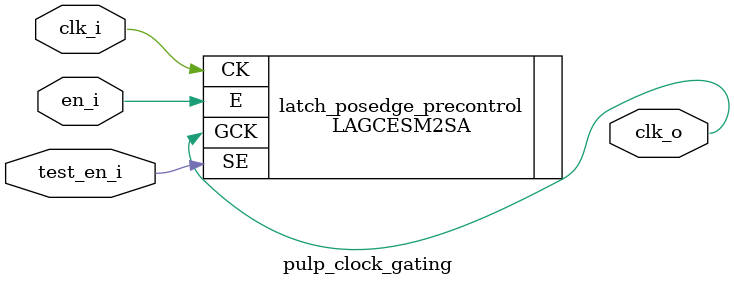
<source format=sv>

module pulp_clock_gating
(
    input  logic clk_i,
    input  logic en_i,
    input  logic test_en_i,
    output logic clk_o
  );

  LAGCESM2SA latch_posedge_precontrol (.E(en_i), .SE(test_en_i), .CK(clk_i), .GCK(clk_o));

endmodule

</source>
